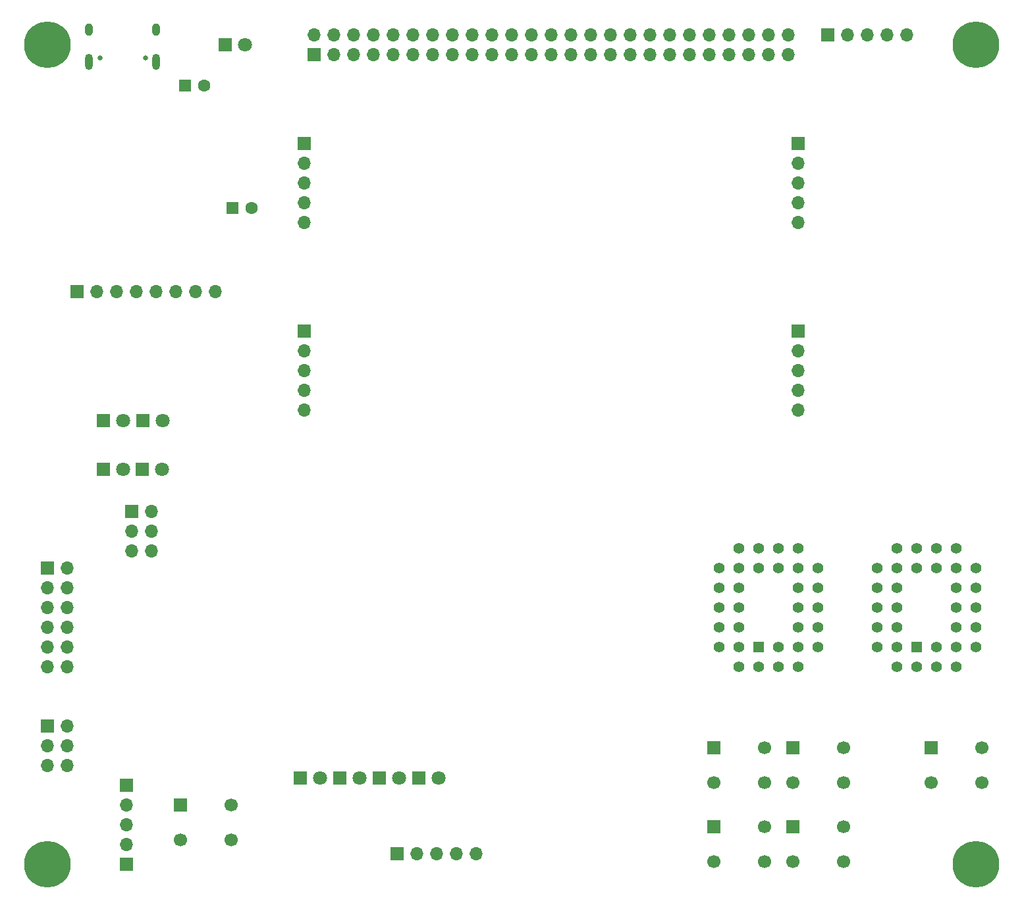
<source format=gbr>
G04 #@! TF.GenerationSoftware,KiCad,Pcbnew,7.0.7*
G04 #@! TF.CreationDate,2023-12-21T21:40:58+09:00*
G04 #@! TF.ProjectId,Pixy-68000,50697879-2d36-4383-9030-302e6b696361,rev?*
G04 #@! TF.SameCoordinates,Original*
G04 #@! TF.FileFunction,Soldermask,Bot*
G04 #@! TF.FilePolarity,Negative*
%FSLAX46Y46*%
G04 Gerber Fmt 4.6, Leading zero omitted, Abs format (unit mm)*
G04 Created by KiCad (PCBNEW 7.0.7) date 2023-12-21 21:40:58*
%MOMM*%
%LPD*%
G01*
G04 APERTURE LIST*
%ADD10C,6.000000*%
%ADD11R,1.800000X1.800000*%
%ADD12C,1.800000*%
%ADD13R,1.700000X1.700000*%
%ADD14O,1.700000X1.700000*%
%ADD15C,1.700000*%
%ADD16C,0.650000*%
%ADD17O,1.000000X2.100000*%
%ADD18O,1.000000X1.600000*%
%ADD19R,1.600000X1.600000*%
%ADD20C,1.600000*%
%ADD21R,1.422400X1.422400*%
%ADD22C,1.422400*%
G04 APERTURE END LIST*
D10*
X149860000Y-135890000D03*
X30480000Y-135890000D03*
X149860000Y-30480000D03*
X30480000Y-30480000D03*
D11*
X68018960Y-124830501D03*
D12*
X70558960Y-124830501D03*
D11*
X37596046Y-78870000D03*
D12*
X40136046Y-78870000D03*
D13*
X41250019Y-90510818D03*
D14*
X43790019Y-90510818D03*
X41250019Y-93050818D03*
X43790019Y-93050818D03*
X41250019Y-95590818D03*
X43790019Y-95590818D03*
D11*
X62938960Y-124830501D03*
D12*
X65478960Y-124830501D03*
D13*
X126290000Y-120940000D03*
D15*
X132790000Y-120940000D03*
X126290000Y-125440000D03*
X132790000Y-125440000D03*
D13*
X64770000Y-31750000D03*
D14*
X64770000Y-29210000D03*
X67310000Y-31750000D03*
X67310000Y-29210000D03*
X69850000Y-31750000D03*
X69850000Y-29210000D03*
X72390000Y-31750000D03*
X72390000Y-29210000D03*
X74930000Y-31750000D03*
X74930000Y-29210000D03*
X77470000Y-31750000D03*
X77470000Y-29210000D03*
X80010000Y-31750000D03*
X80010000Y-29210000D03*
X82550000Y-31750000D03*
X82550000Y-29210000D03*
X85090000Y-31750000D03*
X85090000Y-29210000D03*
X87630000Y-31750000D03*
X87630000Y-29210000D03*
X90170000Y-31750000D03*
X90170000Y-29210000D03*
X92710000Y-31750000D03*
X92710000Y-29210000D03*
X95250000Y-31750000D03*
X95250000Y-29210000D03*
X97790000Y-31750000D03*
X97790000Y-29210000D03*
X100330000Y-31750000D03*
X100330000Y-29210000D03*
X102870000Y-31750000D03*
X102870000Y-29210000D03*
X105410000Y-31750000D03*
X105410000Y-29210000D03*
X107950000Y-31750000D03*
X107950000Y-29210000D03*
X110490000Y-31750000D03*
X110490000Y-29210000D03*
X113030000Y-31750000D03*
X113030000Y-29210000D03*
X115570000Y-31750000D03*
X115570000Y-29210000D03*
X118110000Y-31750000D03*
X118110000Y-29210000D03*
X120650000Y-31750000D03*
X120650000Y-29210000D03*
X123190000Y-31750000D03*
X123190000Y-29210000D03*
X125730000Y-31750000D03*
X125730000Y-29210000D03*
D13*
X30480000Y-118110000D03*
D14*
X33020000Y-118110000D03*
X30480000Y-120650000D03*
X33020000Y-120650000D03*
X30480000Y-123190000D03*
X33020000Y-123190000D03*
D11*
X73098960Y-124830501D03*
D12*
X75638960Y-124830501D03*
D16*
X43016384Y-32194319D03*
X37236384Y-32194319D03*
D17*
X44446384Y-32724319D03*
D18*
X44446384Y-28544319D03*
D17*
X35806384Y-32724319D03*
D18*
X35806384Y-28544319D03*
D11*
X53340000Y-30475364D03*
D12*
X55880000Y-30475364D03*
D13*
X40640000Y-135890000D03*
X40640000Y-125730000D03*
D14*
X40640000Y-133350000D03*
X40640000Y-130810000D03*
X40640000Y-128270000D03*
D11*
X42676046Y-78870000D03*
D12*
X45216046Y-78870000D03*
D11*
X78178960Y-124830501D03*
D12*
X80718960Y-124830501D03*
D11*
X37596046Y-85090000D03*
D12*
X40136046Y-85090000D03*
D19*
X54222834Y-51527438D03*
D20*
X56722834Y-51527438D03*
D13*
X127000000Y-43180000D03*
D14*
X127000000Y-45720000D03*
X127000000Y-48260000D03*
X127000000Y-50800000D03*
X127000000Y-53340000D03*
D13*
X116130000Y-120940000D03*
D15*
X122630000Y-120940000D03*
X116130000Y-125440000D03*
X122630000Y-125440000D03*
D13*
X63500000Y-67310000D03*
D14*
X63500000Y-69850000D03*
X63500000Y-72390000D03*
X63500000Y-74930000D03*
X63500000Y-77470000D03*
D21*
X121920000Y-107950000D03*
D22*
X124460000Y-110490000D03*
X124460000Y-107950000D03*
X127000000Y-110490000D03*
X129540000Y-107950000D03*
X127000000Y-107950000D03*
X129540000Y-105410000D03*
X127000000Y-105410000D03*
X129540000Y-102870000D03*
X127000000Y-102870000D03*
X129540000Y-100330000D03*
X127000000Y-100330000D03*
X129540000Y-97790000D03*
X127000000Y-95250000D03*
X127000000Y-97790000D03*
X124460000Y-95250000D03*
X124460000Y-97790000D03*
X121920000Y-95250000D03*
X121920000Y-97790000D03*
X119380000Y-95250000D03*
X116840000Y-97790000D03*
X119380000Y-97790000D03*
X116840000Y-100330000D03*
X119380000Y-100330000D03*
X116840000Y-102870000D03*
X119380000Y-102870000D03*
X116840000Y-105410000D03*
X119380000Y-105410000D03*
X116840000Y-107950000D03*
X119380000Y-110490000D03*
X119380000Y-107950000D03*
X121920000Y-110490000D03*
D13*
X126290000Y-131100000D03*
D15*
X132790000Y-131100000D03*
X126290000Y-135600000D03*
X132790000Y-135600000D03*
D13*
X144070000Y-120940000D03*
D15*
X150570000Y-120940000D03*
X144070000Y-125440000D03*
X150570000Y-125440000D03*
D13*
X127000000Y-67310000D03*
D14*
X127000000Y-69850000D03*
X127000000Y-72390000D03*
X127000000Y-74930000D03*
X127000000Y-77470000D03*
D11*
X42637252Y-85090000D03*
D12*
X45177252Y-85090000D03*
D13*
X47550000Y-128270000D03*
D15*
X54050000Y-128270000D03*
X47550000Y-132770000D03*
X54050000Y-132770000D03*
D19*
X48116413Y-35745747D03*
D20*
X50616413Y-35745747D03*
D13*
X75421686Y-134566669D03*
D14*
X77961686Y-134566669D03*
X80501686Y-134566669D03*
X83041686Y-134566669D03*
X85581686Y-134566669D03*
D13*
X116130000Y-131100000D03*
D15*
X122630000Y-131100000D03*
X116130000Y-135600000D03*
X122630000Y-135600000D03*
D13*
X130810000Y-29210000D03*
D14*
X133350000Y-29210000D03*
X135890000Y-29210000D03*
X138430000Y-29210000D03*
X140970000Y-29210000D03*
D13*
X34290000Y-62230000D03*
D14*
X36830000Y-62230000D03*
X39370000Y-62230000D03*
X41910000Y-62230000D03*
X44450000Y-62230000D03*
X46990000Y-62230000D03*
X49530000Y-62230000D03*
X52070000Y-62230000D03*
D21*
X142240000Y-107950000D03*
D22*
X144780000Y-110490000D03*
X144780000Y-107950000D03*
X147320000Y-110490000D03*
X149860000Y-107950000D03*
X147320000Y-107950000D03*
X149860000Y-105410000D03*
X147320000Y-105410000D03*
X149860000Y-102870000D03*
X147320000Y-102870000D03*
X149860000Y-100330000D03*
X147320000Y-100330000D03*
X149860000Y-97790000D03*
X147320000Y-95250000D03*
X147320000Y-97790000D03*
X144780000Y-95250000D03*
X144780000Y-97790000D03*
X142240000Y-95250000D03*
X142240000Y-97790000D03*
X139700000Y-95250000D03*
X137160000Y-97790000D03*
X139700000Y-97790000D03*
X137160000Y-100330000D03*
X139700000Y-100330000D03*
X137160000Y-102870000D03*
X139700000Y-102870000D03*
X137160000Y-105410000D03*
X139700000Y-105410000D03*
X137160000Y-107950000D03*
X139700000Y-110490000D03*
X139700000Y-107950000D03*
X142240000Y-110490000D03*
D13*
X30480000Y-97790000D03*
D14*
X33020000Y-97790000D03*
X30480000Y-100330000D03*
X33020000Y-100330000D03*
X30480000Y-102870000D03*
X33020000Y-102870000D03*
X30480000Y-105410000D03*
X33020000Y-105410000D03*
X30480000Y-107950000D03*
X33020000Y-107950000D03*
X30480000Y-110490000D03*
X33020000Y-110490000D03*
D13*
X63500000Y-43180000D03*
D14*
X63500000Y-45720000D03*
X63500000Y-48260000D03*
X63500000Y-50800000D03*
X63500000Y-53340000D03*
M02*

</source>
